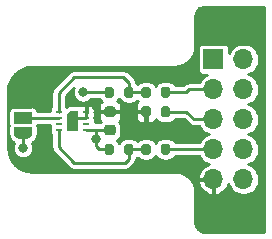
<source format=gbr>
%TF.GenerationSoftware,KiCad,Pcbnew,(5.1.9-0-10_14)*%
%TF.CreationDate,2021-02-05T22:05:55+01:00*%
%TF.ProjectId,itho_rv_sensor,6974686f-5f72-4765-9f73-656e736f722e,rev?*%
%TF.SameCoordinates,Original*%
%TF.FileFunction,Copper,L1,Top*%
%TF.FilePolarity,Positive*%
%FSLAX46Y46*%
G04 Gerber Fmt 4.6, Leading zero omitted, Abs format (unit mm)*
G04 Created by KiCad (PCBNEW (5.1.9-0-10_14)) date 2021-02-05 22:05:55*
%MOMM*%
%LPD*%
G01*
G04 APERTURE LIST*
%TA.AperFunction,SMDPad,CuDef*%
%ADD10R,0.550000X0.250000*%
%TD*%
%TA.AperFunction,SMDPad,CuDef*%
%ADD11C,0.100000*%
%TD*%
%TA.AperFunction,SMDPad,CuDef*%
%ADD12R,1.500000X1.000000*%
%TD*%
%TA.AperFunction,ComponentPad*%
%ADD13O,1.700000X1.700000*%
%TD*%
%TA.AperFunction,ComponentPad*%
%ADD14R,1.700000X1.700000*%
%TD*%
%TA.AperFunction,ViaPad*%
%ADD15C,0.800000*%
%TD*%
%TA.AperFunction,Conductor*%
%ADD16C,0.254000*%
%TD*%
%TA.AperFunction,Conductor*%
%ADD17C,0.100000*%
%TD*%
G04 APERTURE END LIST*
%TO.P,R5,2*%
%TO.N,GND*%
%TA.AperFunction,SMDPad,CuDef*%
G36*
G01*
X126765000Y-101198000D02*
X126765000Y-101748000D01*
G75*
G02*
X126565000Y-101948000I-200000J0D01*
G01*
X126165000Y-101948000D01*
G75*
G02*
X125965000Y-101748000I0J200000D01*
G01*
X125965000Y-101198000D01*
G75*
G02*
X126165000Y-100998000I200000J0D01*
G01*
X126565000Y-100998000D01*
G75*
G02*
X126765000Y-101198000I0J-200000D01*
G01*
G37*
%TD.AperFunction*%
%TO.P,R5,1*%
%TO.N,Net-(J1-Pad5)*%
%TA.AperFunction,SMDPad,CuDef*%
G36*
G01*
X128415000Y-101198000D02*
X128415000Y-101748000D01*
G75*
G02*
X128215000Y-101948000I-200000J0D01*
G01*
X127815000Y-101948000D01*
G75*
G02*
X127615000Y-101748000I0J200000D01*
G01*
X127615000Y-101198000D01*
G75*
G02*
X127815000Y-100998000I200000J0D01*
G01*
X128215000Y-100998000D01*
G75*
G02*
X128415000Y-101198000I0J-200000D01*
G01*
G37*
%TD.AperFunction*%
%TD*%
%TO.P,R4,2*%
%TO.N,Net-(J1-Pad3)*%
%TA.AperFunction,SMDPad,CuDef*%
G36*
G01*
X127616000Y-100097000D02*
X127616000Y-99547000D01*
G75*
G02*
X127816000Y-99347000I200000J0D01*
G01*
X128216000Y-99347000D01*
G75*
G02*
X128416000Y-99547000I0J-200000D01*
G01*
X128416000Y-100097000D01*
G75*
G02*
X128216000Y-100297000I-200000J0D01*
G01*
X127816000Y-100297000D01*
G75*
G02*
X127616000Y-100097000I0J200000D01*
G01*
G37*
%TD.AperFunction*%
%TO.P,R4,1*%
%TO.N,Net-(R2-Pad2)*%
%TA.AperFunction,SMDPad,CuDef*%
G36*
G01*
X125966000Y-100097000D02*
X125966000Y-99547000D01*
G75*
G02*
X126166000Y-99347000I200000J0D01*
G01*
X126566000Y-99347000D01*
G75*
G02*
X126766000Y-99547000I0J-200000D01*
G01*
X126766000Y-100097000D01*
G75*
G02*
X126566000Y-100297000I-200000J0D01*
G01*
X126166000Y-100297000D01*
G75*
G02*
X125966000Y-100097000I0J200000D01*
G01*
G37*
%TD.AperFunction*%
%TD*%
%TO.P,R3,2*%
%TO.N,Net-(R1-Pad2)*%
%TA.AperFunction,SMDPad,CuDef*%
G36*
G01*
X126765000Y-104373000D02*
X126765000Y-104923000D01*
G75*
G02*
X126565000Y-105123000I-200000J0D01*
G01*
X126165000Y-105123000D01*
G75*
G02*
X125965000Y-104923000I0J200000D01*
G01*
X125965000Y-104373000D01*
G75*
G02*
X126165000Y-104173000I200000J0D01*
G01*
X126565000Y-104173000D01*
G75*
G02*
X126765000Y-104373000I0J-200000D01*
G01*
G37*
%TD.AperFunction*%
%TO.P,R3,1*%
%TO.N,Net-(J1-Pad7)*%
%TA.AperFunction,SMDPad,CuDef*%
G36*
G01*
X128415000Y-104373000D02*
X128415000Y-104923000D01*
G75*
G02*
X128215000Y-105123000I-200000J0D01*
G01*
X127815000Y-105123000D01*
G75*
G02*
X127615000Y-104923000I0J200000D01*
G01*
X127615000Y-104373000D01*
G75*
G02*
X127815000Y-104173000I200000J0D01*
G01*
X128215000Y-104173000D01*
G75*
G02*
X128415000Y-104373000I0J-200000D01*
G01*
G37*
%TD.AperFunction*%
%TD*%
%TO.P,R2,2*%
%TO.N,Net-(R2-Pad2)*%
%TA.AperFunction,SMDPad,CuDef*%
G36*
G01*
X124504000Y-100097000D02*
X124504000Y-99547000D01*
G75*
G02*
X124704000Y-99347000I200000J0D01*
G01*
X125104000Y-99347000D01*
G75*
G02*
X125304000Y-99547000I0J-200000D01*
G01*
X125304000Y-100097000D01*
G75*
G02*
X125104000Y-100297000I-200000J0D01*
G01*
X124704000Y-100297000D01*
G75*
G02*
X124504000Y-100097000I0J200000D01*
G01*
G37*
%TD.AperFunction*%
%TO.P,R2,1*%
%TO.N,+5V*%
%TA.AperFunction,SMDPad,CuDef*%
G36*
G01*
X122854000Y-100097000D02*
X122854000Y-99547000D01*
G75*
G02*
X123054000Y-99347000I200000J0D01*
G01*
X123454000Y-99347000D01*
G75*
G02*
X123654000Y-99547000I0J-200000D01*
G01*
X123654000Y-100097000D01*
G75*
G02*
X123454000Y-100297000I-200000J0D01*
G01*
X123054000Y-100297000D01*
G75*
G02*
X122854000Y-100097000I0J200000D01*
G01*
G37*
%TD.AperFunction*%
%TD*%
%TO.P,R1,2*%
%TO.N,Net-(R1-Pad2)*%
%TA.AperFunction,SMDPad,CuDef*%
G36*
G01*
X124504000Y-104923000D02*
X124504000Y-104373000D01*
G75*
G02*
X124704000Y-104173000I200000J0D01*
G01*
X125104000Y-104173000D01*
G75*
G02*
X125304000Y-104373000I0J-200000D01*
G01*
X125304000Y-104923000D01*
G75*
G02*
X125104000Y-105123000I-200000J0D01*
G01*
X124704000Y-105123000D01*
G75*
G02*
X124504000Y-104923000I0J200000D01*
G01*
G37*
%TD.AperFunction*%
%TO.P,R1,1*%
%TO.N,+5V*%
%TA.AperFunction,SMDPad,CuDef*%
G36*
G01*
X122854000Y-104923000D02*
X122854000Y-104373000D01*
G75*
G02*
X123054000Y-104173000I200000J0D01*
G01*
X123454000Y-104173000D01*
G75*
G02*
X123654000Y-104373000I0J-200000D01*
G01*
X123654000Y-104923000D01*
G75*
G02*
X123454000Y-105123000I-200000J0D01*
G01*
X123054000Y-105123000D01*
G75*
G02*
X122854000Y-104923000I0J200000D01*
G01*
G37*
%TD.AperFunction*%
%TD*%
%TO.P,C1,2*%
%TO.N,GND*%
%TA.AperFunction,SMDPad,CuDef*%
G36*
G01*
X123567000Y-101923000D02*
X123067000Y-101923000D01*
G75*
G02*
X122842000Y-101698000I0J225000D01*
G01*
X122842000Y-101248000D01*
G75*
G02*
X123067000Y-101023000I225000J0D01*
G01*
X123567000Y-101023000D01*
G75*
G02*
X123792000Y-101248000I0J-225000D01*
G01*
X123792000Y-101698000D01*
G75*
G02*
X123567000Y-101923000I-225000J0D01*
G01*
G37*
%TD.AperFunction*%
%TO.P,C1,1*%
%TO.N,+5V*%
%TA.AperFunction,SMDPad,CuDef*%
G36*
G01*
X123567000Y-103473000D02*
X123067000Y-103473000D01*
G75*
G02*
X122842000Y-103248000I0J225000D01*
G01*
X122842000Y-102798000D01*
G75*
G02*
X123067000Y-102573000I225000J0D01*
G01*
X123567000Y-102573000D01*
G75*
G02*
X123792000Y-102798000I0J-225000D01*
G01*
X123792000Y-103248000D01*
G75*
G02*
X123567000Y-103473000I-225000J0D01*
G01*
G37*
%TD.AperFunction*%
%TD*%
D10*
%TO.P,U1,1*%
%TO.N,Net-(R2-Pad2)*%
X118967000Y-101485000D03*
%TO.P,U1,2*%
%TO.N,Net-(JP1-Pad2)*%
X118967000Y-101985000D03*
%TO.P,U1,3*%
%TO.N,Net-(U1-Pad3)*%
X118967000Y-102485000D03*
%TO.P,U1,4*%
%TO.N,Net-(R1-Pad2)*%
X118967000Y-102985000D03*
%TO.P,U1,5*%
%TO.N,+5V*%
X121317000Y-102985000D03*
%TO.P,U1,6*%
%TO.N,Net-(U1-Pad6)*%
X121317000Y-102485000D03*
%TO.P,U1,7*%
%TO.N,GND*%
X121317000Y-101985000D03*
%TO.P,U1,8*%
X121317000Y-101485000D03*
%TA.AperFunction,SMDPad,CuDef*%
D11*
%TO.P,U1,9*%
G36*
X120642000Y-103085000D02*
G01*
X119642000Y-103085000D01*
X119642000Y-101685000D01*
X119942000Y-101385000D01*
X120642000Y-101385000D01*
X120642000Y-103085000D01*
G37*
%TD.AperFunction*%
%TD*%
D12*
%TO.P,Address,2*%
%TO.N,Net-(JP1-Pad2)*%
X115951000Y-101981000D03*
%TA.AperFunction,SMDPad,CuDef*%
D11*
%TO.P,Address,3*%
%TO.N,+5V*%
G36*
X116700398Y-103281000D02*
G01*
X116700398Y-103305534D01*
X116695588Y-103354365D01*
X116686016Y-103402490D01*
X116671772Y-103449445D01*
X116652995Y-103494778D01*
X116629864Y-103538051D01*
X116602604Y-103578850D01*
X116571476Y-103616779D01*
X116536779Y-103651476D01*
X116498850Y-103682604D01*
X116458051Y-103709864D01*
X116414778Y-103732995D01*
X116369445Y-103751772D01*
X116322490Y-103766016D01*
X116274365Y-103775588D01*
X116225534Y-103780398D01*
X116201000Y-103780398D01*
X116201000Y-103781000D01*
X115701000Y-103781000D01*
X115701000Y-103780398D01*
X115676466Y-103780398D01*
X115627635Y-103775588D01*
X115579510Y-103766016D01*
X115532555Y-103751772D01*
X115487222Y-103732995D01*
X115443949Y-103709864D01*
X115403150Y-103682604D01*
X115365221Y-103651476D01*
X115330524Y-103616779D01*
X115299396Y-103578850D01*
X115272136Y-103538051D01*
X115249005Y-103494778D01*
X115230228Y-103449445D01*
X115215984Y-103402490D01*
X115206412Y-103354365D01*
X115201602Y-103305534D01*
X115201602Y-103281000D01*
X115201000Y-103281000D01*
X115201000Y-102731000D01*
X116701000Y-102731000D01*
X116701000Y-103281000D01*
X116700398Y-103281000D01*
G37*
%TD.AperFunction*%
%TA.AperFunction,SMDPad,CuDef*%
%TO.P,Address,1*%
%TO.N,GND*%
G36*
X115201000Y-101231000D02*
G01*
X115201000Y-100681000D01*
X115201602Y-100681000D01*
X115201602Y-100656466D01*
X115206412Y-100607635D01*
X115215984Y-100559510D01*
X115230228Y-100512555D01*
X115249005Y-100467222D01*
X115272136Y-100423949D01*
X115299396Y-100383150D01*
X115330524Y-100345221D01*
X115365221Y-100310524D01*
X115403150Y-100279396D01*
X115443949Y-100252136D01*
X115487222Y-100229005D01*
X115532555Y-100210228D01*
X115579510Y-100195984D01*
X115627635Y-100186412D01*
X115676466Y-100181602D01*
X115701000Y-100181602D01*
X115701000Y-100181000D01*
X116201000Y-100181000D01*
X116201000Y-100181602D01*
X116225534Y-100181602D01*
X116274365Y-100186412D01*
X116322490Y-100195984D01*
X116369445Y-100210228D01*
X116414778Y-100229005D01*
X116458051Y-100252136D01*
X116498850Y-100279396D01*
X116536779Y-100310524D01*
X116571476Y-100345221D01*
X116602604Y-100383150D01*
X116629864Y-100423949D01*
X116652995Y-100467222D01*
X116671772Y-100512555D01*
X116686016Y-100559510D01*
X116695588Y-100607635D01*
X116700398Y-100656466D01*
X116700398Y-100681000D01*
X116701000Y-100681000D01*
X116701000Y-101231000D01*
X115201000Y-101231000D01*
G37*
%TD.AperFunction*%
%TD*%
D13*
%TO.P,J1,10*%
%TO.N,Net-(J1-Pad10)*%
X134620000Y-107188000D03*
%TO.P,J1,9*%
%TO.N,GND*%
X132080000Y-107188000D03*
%TO.P,J1,8*%
%TO.N,Net-(J1-Pad8)*%
X134620000Y-104648000D03*
%TO.P,J1,7*%
%TO.N,Net-(J1-Pad7)*%
X132080000Y-104648000D03*
%TO.P,J1,6*%
%TO.N,Net-(J1-Pad6)*%
X134620000Y-102108000D03*
%TO.P,J1,5*%
%TO.N,Net-(J1-Pad5)*%
X132080000Y-102108000D03*
%TO.P,J1,4*%
%TO.N,Net-(J1-Pad4)*%
X134620000Y-99568000D03*
%TO.P,J1,3*%
%TO.N,Net-(J1-Pad3)*%
X132080000Y-99568000D03*
%TO.P,J1,2*%
%TO.N,Net-(J1-Pad2)*%
X134620000Y-97028000D03*
D14*
%TO.P,J1,1*%
%TO.N,+5V*%
X132080000Y-97028000D03*
%TD*%
D15*
%TO.N,GND*%
X122174000Y-100965000D03*
%TO.N,+5V*%
X122174000Y-103759000D03*
X121031000Y-99822000D03*
X115951000Y-104521000D03*
%TD*%
D16*
%TO.N,Net-(J1-Pad7)*%
X128015000Y-104648000D02*
X132080000Y-104648000D01*
%TO.N,Net-(J1-Pad5)*%
X130429000Y-102108000D02*
X132080000Y-102108000D01*
X129794000Y-101473000D02*
X130429000Y-102108000D01*
X128015000Y-101473000D02*
X129794000Y-101473000D01*
%TO.N,Net-(J1-Pad3)*%
X131826000Y-99822000D02*
X132080000Y-99568000D01*
X128016000Y-99822000D02*
X129794000Y-99822000D01*
X130048000Y-99568000D02*
X132080000Y-99568000D01*
X129794000Y-99822000D02*
X130048000Y-99568000D01*
%TO.N,Net-(JP1-Pad2)*%
X116455000Y-101985000D02*
X116205000Y-102235000D01*
X115955000Y-101985000D02*
X115951000Y-101981000D01*
X118967000Y-101985000D02*
X115955000Y-101985000D01*
%TO.N,Net-(R1-Pad2)*%
X126365000Y-104648000D02*
X124904000Y-104648000D01*
X120269000Y-105791000D02*
X118967000Y-104489000D01*
X124904000Y-104648000D02*
X124904000Y-105474000D01*
X124904000Y-105474000D02*
X124587000Y-105791000D01*
X124587000Y-105791000D02*
X120269000Y-105791000D01*
X118967000Y-104489000D02*
X118967000Y-102985000D01*
%TO.N,Net-(R2-Pad2)*%
X126366000Y-99822000D02*
X124904000Y-99822000D01*
X120269000Y-98552000D02*
X124460000Y-98552000D01*
X118967000Y-101485000D02*
X118967000Y-99854000D01*
X124460000Y-98552000D02*
X124904000Y-98996000D01*
X118967000Y-99854000D02*
X120269000Y-98552000D01*
X124904000Y-98996000D02*
X124904000Y-99822000D01*
%TO.N,GND*%
X120392000Y-101985000D02*
X120142000Y-102235000D01*
X121317000Y-101985000D02*
X120392000Y-101985000D01*
X121317000Y-101485000D02*
X121317000Y-101985000D01*
%TO.N,+5V*%
X123254000Y-99822000D02*
X121031000Y-99822000D01*
X123254000Y-104648000D02*
X123063000Y-104648000D01*
X123279000Y-102985000D02*
X123317000Y-103023000D01*
X122162000Y-103747000D02*
X122174000Y-103759000D01*
X122162000Y-102985000D02*
X122162000Y-103747000D01*
X121317000Y-102985000D02*
X122162000Y-102985000D01*
X122162000Y-102985000D02*
X123279000Y-102985000D01*
X122174000Y-103759000D02*
X122174000Y-104394000D01*
X122428000Y-104648000D02*
X123254000Y-104648000D01*
X122174000Y-104394000D02*
X122428000Y-104648000D01*
X115951000Y-104521000D02*
X115951000Y-103281000D01*
%TD*%
%TO.N,GND*%
X136398000Y-97642126D02*
X136395944Y-97663000D01*
X136398000Y-97683874D01*
X136398000Y-98912126D01*
X136395944Y-98933000D01*
X136398000Y-98953874D01*
X136398000Y-105262126D01*
X136395944Y-105283000D01*
X136398000Y-105303874D01*
X136398000Y-106532126D01*
X136395944Y-106553000D01*
X136398000Y-106573874D01*
X136398000Y-111633400D01*
X131342821Y-111633400D01*
X131170391Y-111616493D01*
X131028401Y-111573623D01*
X130897440Y-111503990D01*
X130782502Y-111410249D01*
X130687959Y-111295967D01*
X130617415Y-111165498D01*
X130573555Y-111023811D01*
X130555600Y-110852973D01*
X130555600Y-108306065D01*
X130553425Y-108283985D01*
X130553480Y-108276130D01*
X130552788Y-108269077D01*
X130526880Y-108022573D01*
X130517636Y-107977536D01*
X130509009Y-107932313D01*
X130506960Y-107925529D01*
X130433665Y-107688753D01*
X130415854Y-107646382D01*
X130398604Y-107603686D01*
X130395276Y-107597429D01*
X130313663Y-107446488D01*
X130772710Y-107446488D01*
X130773300Y-107449468D01*
X130849418Y-107699368D01*
X130972826Y-107929617D01*
X131138782Y-108131366D01*
X131340909Y-108296862D01*
X131571439Y-108419745D01*
X131821512Y-108495293D01*
X132029200Y-108398984D01*
X132029200Y-107238800D01*
X130869115Y-107238800D01*
X130772710Y-107446488D01*
X130313663Y-107446488D01*
X130277388Y-107379399D01*
X130251666Y-107341264D01*
X130226469Y-107302760D01*
X130221990Y-107297268D01*
X130063997Y-107106288D01*
X130031382Y-107073900D01*
X129999164Y-107041000D01*
X129993703Y-107036483D01*
X129801625Y-106879828D01*
X129763305Y-106854368D01*
X129725344Y-106828376D01*
X129719110Y-106825005D01*
X129500262Y-106708642D01*
X129457731Y-106691112D01*
X129415443Y-106672987D01*
X129408673Y-106670892D01*
X129408675Y-106670892D01*
X129408667Y-106670890D01*
X129171392Y-106599252D01*
X129126297Y-106590323D01*
X129081260Y-106580750D01*
X129074215Y-106580010D01*
X129074211Y-106580010D01*
X128828005Y-106555869D01*
X128802935Y-106553400D01*
X116737821Y-106553400D01*
X116318712Y-106512306D01*
X115939440Y-106397797D01*
X115589634Y-106211802D01*
X115282617Y-105961405D01*
X115030084Y-105656144D01*
X114841648Y-105307640D01*
X114724495Y-104929180D01*
X114680600Y-104511543D01*
X114680600Y-101481000D01*
X114716065Y-101481000D01*
X114716065Y-102481000D01*
X114725383Y-102575606D01*
X114734603Y-102606000D01*
X114725383Y-102636394D01*
X114716065Y-102731000D01*
X114716065Y-103281000D01*
X114718473Y-103305449D01*
X114718473Y-103330009D01*
X114727791Y-103424615D01*
X114746913Y-103520748D01*
X114774508Y-103611716D01*
X114812017Y-103702272D01*
X114856831Y-103786114D01*
X114911287Y-103867613D01*
X114971594Y-103941098D01*
X115040902Y-104010406D01*
X115114387Y-104070713D01*
X115167496Y-104106200D01*
X115102317Y-104263555D01*
X115068400Y-104434071D01*
X115068400Y-104607929D01*
X115102317Y-104778445D01*
X115168850Y-104939068D01*
X115265439Y-105083625D01*
X115388375Y-105206561D01*
X115532932Y-105303150D01*
X115693555Y-105369683D01*
X115864071Y-105403600D01*
X116037929Y-105403600D01*
X116208445Y-105369683D01*
X116369068Y-105303150D01*
X116513625Y-105206561D01*
X116636561Y-105083625D01*
X116733150Y-104939068D01*
X116799683Y-104778445D01*
X116833600Y-104607929D01*
X116833600Y-104434071D01*
X116799683Y-104263555D01*
X116734504Y-104106200D01*
X116787613Y-104070713D01*
X116861098Y-104010406D01*
X116930406Y-103941098D01*
X116990713Y-103867613D01*
X117045169Y-103786114D01*
X117089983Y-103702272D01*
X117127492Y-103611716D01*
X117155087Y-103520748D01*
X117174209Y-103424615D01*
X117183527Y-103330009D01*
X117183527Y-103305449D01*
X117185935Y-103281000D01*
X117185935Y-102731000D01*
X117176617Y-102636394D01*
X117167397Y-102606000D01*
X117170855Y-102594600D01*
X118207065Y-102594600D01*
X118207065Y-102610000D01*
X118216383Y-102704606D01*
X118225603Y-102735000D01*
X118216383Y-102765394D01*
X118207065Y-102860000D01*
X118207065Y-103110000D01*
X118216383Y-103204606D01*
X118243978Y-103295577D01*
X118288791Y-103379415D01*
X118349099Y-103452901D01*
X118357401Y-103459714D01*
X118357400Y-104459058D01*
X118354451Y-104489000D01*
X118366221Y-104608502D01*
X118376262Y-104641600D01*
X118401079Y-104723411D01*
X118457684Y-104829313D01*
X118533862Y-104922138D01*
X118557132Y-104941235D01*
X119816769Y-106200873D01*
X119835862Y-106224138D01*
X119928686Y-106300316D01*
X120034588Y-106356921D01*
X120098699Y-106376369D01*
X120149497Y-106391779D01*
X120268999Y-106403549D01*
X120298941Y-106400600D01*
X124557059Y-106400600D01*
X124587000Y-106403549D01*
X124616941Y-106400600D01*
X124706502Y-106391779D01*
X124821412Y-106356921D01*
X124927314Y-106300316D01*
X125020138Y-106224138D01*
X125039235Y-106200868D01*
X125313868Y-105926235D01*
X125337138Y-105907138D01*
X125413316Y-105814314D01*
X125452791Y-105740460D01*
X125469921Y-105708413D01*
X125504779Y-105593503D01*
X125516549Y-105474000D01*
X125515840Y-105466806D01*
X125588322Y-105407322D01*
X125634500Y-105351054D01*
X125680678Y-105407322D01*
X125784471Y-105492503D01*
X125902887Y-105555797D01*
X126031376Y-105594774D01*
X126165000Y-105607935D01*
X126565000Y-105607935D01*
X126698624Y-105594774D01*
X126827113Y-105555797D01*
X126945529Y-105492503D01*
X127049322Y-105407322D01*
X127134503Y-105303529D01*
X127190000Y-105199700D01*
X127245497Y-105303529D01*
X127330678Y-105407322D01*
X127434471Y-105492503D01*
X127552887Y-105555797D01*
X127681376Y-105594774D01*
X127815000Y-105607935D01*
X128215000Y-105607935D01*
X128348624Y-105594774D01*
X128477113Y-105555797D01*
X128595529Y-105492503D01*
X128699322Y-105407322D01*
X128784503Y-105303529D01*
X128809052Y-105257600D01*
X130890108Y-105257600D01*
X130899065Y-105279223D01*
X131044902Y-105497483D01*
X131230517Y-105683098D01*
X131448777Y-105828935D01*
X131678252Y-105923986D01*
X131571439Y-105956255D01*
X131340909Y-106079138D01*
X131138782Y-106244634D01*
X130972826Y-106446383D01*
X130849418Y-106676632D01*
X130773300Y-106926532D01*
X130772710Y-106929512D01*
X130869115Y-107137200D01*
X132029200Y-107137200D01*
X132029200Y-107117200D01*
X132130800Y-107117200D01*
X132130800Y-107137200D01*
X132150800Y-107137200D01*
X132150800Y-107238800D01*
X132130800Y-107238800D01*
X132130800Y-108398984D01*
X132338488Y-108495293D01*
X132588561Y-108419745D01*
X132819091Y-108296862D01*
X133021218Y-108131366D01*
X133187174Y-107929617D01*
X133310582Y-107699368D01*
X133343989Y-107589690D01*
X133439065Y-107819223D01*
X133584902Y-108037483D01*
X133770517Y-108223098D01*
X133988777Y-108368935D01*
X134231295Y-108469389D01*
X134488750Y-108520600D01*
X134751250Y-108520600D01*
X135008705Y-108469389D01*
X135251223Y-108368935D01*
X135469483Y-108223098D01*
X135655098Y-108037483D01*
X135800935Y-107819223D01*
X135901389Y-107576705D01*
X135952600Y-107319250D01*
X135952600Y-107056750D01*
X135901389Y-106799295D01*
X135800935Y-106556777D01*
X135655098Y-106338517D01*
X135469483Y-106152902D01*
X135251223Y-106007065D01*
X135036201Y-105918000D01*
X135251223Y-105828935D01*
X135469483Y-105683098D01*
X135655098Y-105497483D01*
X135800935Y-105279223D01*
X135901389Y-105036705D01*
X135952600Y-104779250D01*
X135952600Y-104516750D01*
X135901389Y-104259295D01*
X135800935Y-104016777D01*
X135655098Y-103798517D01*
X135469483Y-103612902D01*
X135251223Y-103467065D01*
X135036201Y-103378000D01*
X135251223Y-103288935D01*
X135469483Y-103143098D01*
X135655098Y-102957483D01*
X135800935Y-102739223D01*
X135901389Y-102496705D01*
X135952600Y-102239250D01*
X135952600Y-101976750D01*
X135901389Y-101719295D01*
X135800935Y-101476777D01*
X135655098Y-101258517D01*
X135469483Y-101072902D01*
X135251223Y-100927065D01*
X135036201Y-100838000D01*
X135251223Y-100748935D01*
X135469483Y-100603098D01*
X135655098Y-100417483D01*
X135800935Y-100199223D01*
X135901389Y-99956705D01*
X135952600Y-99699250D01*
X135952600Y-99436750D01*
X135901389Y-99179295D01*
X135800935Y-98936777D01*
X135655098Y-98718517D01*
X135469483Y-98532902D01*
X135251223Y-98387065D01*
X135036201Y-98298000D01*
X135251223Y-98208935D01*
X135469483Y-98063098D01*
X135655098Y-97877483D01*
X135800935Y-97659223D01*
X135901389Y-97416705D01*
X135952600Y-97159250D01*
X135952600Y-96896750D01*
X135901389Y-96639295D01*
X135800935Y-96396777D01*
X135655098Y-96178517D01*
X135469483Y-95992902D01*
X135251223Y-95847065D01*
X135008705Y-95746611D01*
X134751250Y-95695400D01*
X134488750Y-95695400D01*
X134231295Y-95746611D01*
X133988777Y-95847065D01*
X133770517Y-95992902D01*
X133584902Y-96178517D01*
X133439065Y-96396777D01*
X133414935Y-96455032D01*
X133414935Y-96178000D01*
X133405617Y-96083394D01*
X133378022Y-95992423D01*
X133333209Y-95908585D01*
X133272901Y-95835099D01*
X133199415Y-95774791D01*
X133115577Y-95729978D01*
X133024606Y-95702383D01*
X132930000Y-95693065D01*
X131230000Y-95693065D01*
X131135394Y-95702383D01*
X131044423Y-95729978D01*
X130960585Y-95774791D01*
X130887099Y-95835099D01*
X130826791Y-95908585D01*
X130781978Y-95992423D01*
X130754383Y-96083394D01*
X130745065Y-96178000D01*
X130745065Y-97878000D01*
X130754383Y-97972606D01*
X130781978Y-98063577D01*
X130826791Y-98147415D01*
X130887099Y-98220901D01*
X130960585Y-98281209D01*
X131044423Y-98326022D01*
X131135394Y-98353617D01*
X131230000Y-98362935D01*
X131507032Y-98362935D01*
X131448777Y-98387065D01*
X131230517Y-98532902D01*
X131044902Y-98718517D01*
X130899065Y-98936777D01*
X130890108Y-98958400D01*
X130077938Y-98958400D01*
X130047999Y-98955451D01*
X130018060Y-98958400D01*
X130018059Y-98958400D01*
X129928498Y-98967221D01*
X129813588Y-99002079D01*
X129707686Y-99058684D01*
X129614862Y-99134862D01*
X129595765Y-99158132D01*
X129541497Y-99212400D01*
X128810052Y-99212400D01*
X128785503Y-99166471D01*
X128700322Y-99062678D01*
X128596529Y-98977497D01*
X128478113Y-98914203D01*
X128349624Y-98875226D01*
X128216000Y-98862065D01*
X127816000Y-98862065D01*
X127682376Y-98875226D01*
X127553887Y-98914203D01*
X127435471Y-98977497D01*
X127331678Y-99062678D01*
X127246497Y-99166471D01*
X127191000Y-99270300D01*
X127135503Y-99166471D01*
X127050322Y-99062678D01*
X126946529Y-98977497D01*
X126828113Y-98914203D01*
X126699624Y-98875226D01*
X126566000Y-98862065D01*
X126166000Y-98862065D01*
X126032376Y-98875226D01*
X125903887Y-98914203D01*
X125785471Y-98977497D01*
X125681678Y-99062678D01*
X125635000Y-99119555D01*
X125588322Y-99062678D01*
X125515840Y-99003194D01*
X125516549Y-98996000D01*
X125504779Y-98876497D01*
X125469921Y-98761587D01*
X125421770Y-98671503D01*
X125413316Y-98655686D01*
X125337138Y-98562862D01*
X125313874Y-98543770D01*
X124912235Y-98142132D01*
X124893138Y-98118862D01*
X124800314Y-98042684D01*
X124694412Y-97986079D01*
X124579502Y-97951221D01*
X124460000Y-97939451D01*
X124430059Y-97942400D01*
X120298941Y-97942400D01*
X120268999Y-97939451D01*
X120149497Y-97951221D01*
X120114639Y-97961795D01*
X120034588Y-97986079D01*
X119928686Y-98042684D01*
X119835862Y-98118862D01*
X119816769Y-98142127D01*
X118557127Y-99401770D01*
X118533863Y-99420862D01*
X118469073Y-99499810D01*
X118457685Y-99513686D01*
X118401080Y-99619588D01*
X118366221Y-99734498D01*
X118354451Y-99854000D01*
X118357401Y-99883951D01*
X118357400Y-101010286D01*
X118349099Y-101017099D01*
X118288791Y-101090585D01*
X118243978Y-101174423D01*
X118216383Y-101265394D01*
X118207065Y-101360000D01*
X118207065Y-101375400D01*
X117173282Y-101375400D01*
X117149022Y-101295423D01*
X117104209Y-101211585D01*
X117043901Y-101138099D01*
X116970415Y-101077791D01*
X116886577Y-101032978D01*
X116795606Y-101005383D01*
X116701000Y-100996065D01*
X115201000Y-100996065D01*
X115106394Y-101005383D01*
X115015423Y-101032978D01*
X114931585Y-101077791D01*
X114858099Y-101138099D01*
X114797791Y-101211585D01*
X114752978Y-101295423D01*
X114725383Y-101386394D01*
X114716065Y-101481000D01*
X114680600Y-101481000D01*
X114680600Y-99719821D01*
X114721694Y-99300711D01*
X114836204Y-98921438D01*
X115022198Y-98571634D01*
X115272595Y-98264617D01*
X115577856Y-98012083D01*
X115926355Y-97823650D01*
X116304819Y-97706496D01*
X116722457Y-97662600D01*
X128802935Y-97662600D01*
X128825016Y-97660425D01*
X128832870Y-97660480D01*
X128839924Y-97659788D01*
X129086427Y-97633880D01*
X129131464Y-97624636D01*
X129176687Y-97616009D01*
X129183465Y-97613962D01*
X129183469Y-97613961D01*
X129183472Y-97613960D01*
X129420248Y-97540665D01*
X129462632Y-97522848D01*
X129505314Y-97505604D01*
X129511571Y-97502276D01*
X129729601Y-97384388D01*
X129767710Y-97358684D01*
X129806240Y-97333470D01*
X129811732Y-97328990D01*
X130002712Y-97170997D01*
X130035117Y-97138365D01*
X130068000Y-97106164D01*
X130072517Y-97100703D01*
X130229172Y-96908625D01*
X130254632Y-96870305D01*
X130280624Y-96832344D01*
X130283995Y-96826110D01*
X130400357Y-96607262D01*
X130417862Y-96564792D01*
X130436013Y-96522443D01*
X130438108Y-96515673D01*
X130509748Y-96278392D01*
X130518679Y-96233289D01*
X130528250Y-96188259D01*
X130528990Y-96181211D01*
X130553177Y-95934533D01*
X130555600Y-95909935D01*
X130555600Y-93369821D01*
X130572507Y-93197391D01*
X130615377Y-93055401D01*
X130685007Y-92924443D01*
X130778751Y-92809502D01*
X130893033Y-92714959D01*
X131023501Y-92644416D01*
X131165190Y-92600555D01*
X131336027Y-92582600D01*
X136398000Y-92582600D01*
X136398000Y-97642126D01*
%TA.AperFunction,Conductor*%
D17*
G36*
X136398000Y-97642126D02*
G01*
X136395944Y-97663000D01*
X136398000Y-97683874D01*
X136398000Y-98912126D01*
X136395944Y-98933000D01*
X136398000Y-98953874D01*
X136398000Y-105262126D01*
X136395944Y-105283000D01*
X136398000Y-105303874D01*
X136398000Y-106532126D01*
X136395944Y-106553000D01*
X136398000Y-106573874D01*
X136398000Y-111633400D01*
X131342821Y-111633400D01*
X131170391Y-111616493D01*
X131028401Y-111573623D01*
X130897440Y-111503990D01*
X130782502Y-111410249D01*
X130687959Y-111295967D01*
X130617415Y-111165498D01*
X130573555Y-111023811D01*
X130555600Y-110852973D01*
X130555600Y-108306065D01*
X130553425Y-108283985D01*
X130553480Y-108276130D01*
X130552788Y-108269077D01*
X130526880Y-108022573D01*
X130517636Y-107977536D01*
X130509009Y-107932313D01*
X130506960Y-107925529D01*
X130433665Y-107688753D01*
X130415854Y-107646382D01*
X130398604Y-107603686D01*
X130395276Y-107597429D01*
X130313663Y-107446488D01*
X130772710Y-107446488D01*
X130773300Y-107449468D01*
X130849418Y-107699368D01*
X130972826Y-107929617D01*
X131138782Y-108131366D01*
X131340909Y-108296862D01*
X131571439Y-108419745D01*
X131821512Y-108495293D01*
X132029200Y-108398984D01*
X132029200Y-107238800D01*
X130869115Y-107238800D01*
X130772710Y-107446488D01*
X130313663Y-107446488D01*
X130277388Y-107379399D01*
X130251666Y-107341264D01*
X130226469Y-107302760D01*
X130221990Y-107297268D01*
X130063997Y-107106288D01*
X130031382Y-107073900D01*
X129999164Y-107041000D01*
X129993703Y-107036483D01*
X129801625Y-106879828D01*
X129763305Y-106854368D01*
X129725344Y-106828376D01*
X129719110Y-106825005D01*
X129500262Y-106708642D01*
X129457731Y-106691112D01*
X129415443Y-106672987D01*
X129408673Y-106670892D01*
X129408675Y-106670892D01*
X129408667Y-106670890D01*
X129171392Y-106599252D01*
X129126297Y-106590323D01*
X129081260Y-106580750D01*
X129074215Y-106580010D01*
X129074211Y-106580010D01*
X128828005Y-106555869D01*
X128802935Y-106553400D01*
X116737821Y-106553400D01*
X116318712Y-106512306D01*
X115939440Y-106397797D01*
X115589634Y-106211802D01*
X115282617Y-105961405D01*
X115030084Y-105656144D01*
X114841648Y-105307640D01*
X114724495Y-104929180D01*
X114680600Y-104511543D01*
X114680600Y-101481000D01*
X114716065Y-101481000D01*
X114716065Y-102481000D01*
X114725383Y-102575606D01*
X114734603Y-102606000D01*
X114725383Y-102636394D01*
X114716065Y-102731000D01*
X114716065Y-103281000D01*
X114718473Y-103305449D01*
X114718473Y-103330009D01*
X114727791Y-103424615D01*
X114746913Y-103520748D01*
X114774508Y-103611716D01*
X114812017Y-103702272D01*
X114856831Y-103786114D01*
X114911287Y-103867613D01*
X114971594Y-103941098D01*
X115040902Y-104010406D01*
X115114387Y-104070713D01*
X115167496Y-104106200D01*
X115102317Y-104263555D01*
X115068400Y-104434071D01*
X115068400Y-104607929D01*
X115102317Y-104778445D01*
X115168850Y-104939068D01*
X115265439Y-105083625D01*
X115388375Y-105206561D01*
X115532932Y-105303150D01*
X115693555Y-105369683D01*
X115864071Y-105403600D01*
X116037929Y-105403600D01*
X116208445Y-105369683D01*
X116369068Y-105303150D01*
X116513625Y-105206561D01*
X116636561Y-105083625D01*
X116733150Y-104939068D01*
X116799683Y-104778445D01*
X116833600Y-104607929D01*
X116833600Y-104434071D01*
X116799683Y-104263555D01*
X116734504Y-104106200D01*
X116787613Y-104070713D01*
X116861098Y-104010406D01*
X116930406Y-103941098D01*
X116990713Y-103867613D01*
X117045169Y-103786114D01*
X117089983Y-103702272D01*
X117127492Y-103611716D01*
X117155087Y-103520748D01*
X117174209Y-103424615D01*
X117183527Y-103330009D01*
X117183527Y-103305449D01*
X117185935Y-103281000D01*
X117185935Y-102731000D01*
X117176617Y-102636394D01*
X117167397Y-102606000D01*
X117170855Y-102594600D01*
X118207065Y-102594600D01*
X118207065Y-102610000D01*
X118216383Y-102704606D01*
X118225603Y-102735000D01*
X118216383Y-102765394D01*
X118207065Y-102860000D01*
X118207065Y-103110000D01*
X118216383Y-103204606D01*
X118243978Y-103295577D01*
X118288791Y-103379415D01*
X118349099Y-103452901D01*
X118357401Y-103459714D01*
X118357400Y-104459058D01*
X118354451Y-104489000D01*
X118366221Y-104608502D01*
X118376262Y-104641600D01*
X118401079Y-104723411D01*
X118457684Y-104829313D01*
X118533862Y-104922138D01*
X118557132Y-104941235D01*
X119816769Y-106200873D01*
X119835862Y-106224138D01*
X119928686Y-106300316D01*
X120034588Y-106356921D01*
X120098699Y-106376369D01*
X120149497Y-106391779D01*
X120268999Y-106403549D01*
X120298941Y-106400600D01*
X124557059Y-106400600D01*
X124587000Y-106403549D01*
X124616941Y-106400600D01*
X124706502Y-106391779D01*
X124821412Y-106356921D01*
X124927314Y-106300316D01*
X125020138Y-106224138D01*
X125039235Y-106200868D01*
X125313868Y-105926235D01*
X125337138Y-105907138D01*
X125413316Y-105814314D01*
X125452791Y-105740460D01*
X125469921Y-105708413D01*
X125504779Y-105593503D01*
X125516549Y-105474000D01*
X125515840Y-105466806D01*
X125588322Y-105407322D01*
X125634500Y-105351054D01*
X125680678Y-105407322D01*
X125784471Y-105492503D01*
X125902887Y-105555797D01*
X126031376Y-105594774D01*
X126165000Y-105607935D01*
X126565000Y-105607935D01*
X126698624Y-105594774D01*
X126827113Y-105555797D01*
X126945529Y-105492503D01*
X127049322Y-105407322D01*
X127134503Y-105303529D01*
X127190000Y-105199700D01*
X127245497Y-105303529D01*
X127330678Y-105407322D01*
X127434471Y-105492503D01*
X127552887Y-105555797D01*
X127681376Y-105594774D01*
X127815000Y-105607935D01*
X128215000Y-105607935D01*
X128348624Y-105594774D01*
X128477113Y-105555797D01*
X128595529Y-105492503D01*
X128699322Y-105407322D01*
X128784503Y-105303529D01*
X128809052Y-105257600D01*
X130890108Y-105257600D01*
X130899065Y-105279223D01*
X131044902Y-105497483D01*
X131230517Y-105683098D01*
X131448777Y-105828935D01*
X131678252Y-105923986D01*
X131571439Y-105956255D01*
X131340909Y-106079138D01*
X131138782Y-106244634D01*
X130972826Y-106446383D01*
X130849418Y-106676632D01*
X130773300Y-106926532D01*
X130772710Y-106929512D01*
X130869115Y-107137200D01*
X132029200Y-107137200D01*
X132029200Y-107117200D01*
X132130800Y-107117200D01*
X132130800Y-107137200D01*
X132150800Y-107137200D01*
X132150800Y-107238800D01*
X132130800Y-107238800D01*
X132130800Y-108398984D01*
X132338488Y-108495293D01*
X132588561Y-108419745D01*
X132819091Y-108296862D01*
X133021218Y-108131366D01*
X133187174Y-107929617D01*
X133310582Y-107699368D01*
X133343989Y-107589690D01*
X133439065Y-107819223D01*
X133584902Y-108037483D01*
X133770517Y-108223098D01*
X133988777Y-108368935D01*
X134231295Y-108469389D01*
X134488750Y-108520600D01*
X134751250Y-108520600D01*
X135008705Y-108469389D01*
X135251223Y-108368935D01*
X135469483Y-108223098D01*
X135655098Y-108037483D01*
X135800935Y-107819223D01*
X135901389Y-107576705D01*
X135952600Y-107319250D01*
X135952600Y-107056750D01*
X135901389Y-106799295D01*
X135800935Y-106556777D01*
X135655098Y-106338517D01*
X135469483Y-106152902D01*
X135251223Y-106007065D01*
X135036201Y-105918000D01*
X135251223Y-105828935D01*
X135469483Y-105683098D01*
X135655098Y-105497483D01*
X135800935Y-105279223D01*
X135901389Y-105036705D01*
X135952600Y-104779250D01*
X135952600Y-104516750D01*
X135901389Y-104259295D01*
X135800935Y-104016777D01*
X135655098Y-103798517D01*
X135469483Y-103612902D01*
X135251223Y-103467065D01*
X135036201Y-103378000D01*
X135251223Y-103288935D01*
X135469483Y-103143098D01*
X135655098Y-102957483D01*
X135800935Y-102739223D01*
X135901389Y-102496705D01*
X135952600Y-102239250D01*
X135952600Y-101976750D01*
X135901389Y-101719295D01*
X135800935Y-101476777D01*
X135655098Y-101258517D01*
X135469483Y-101072902D01*
X135251223Y-100927065D01*
X135036201Y-100838000D01*
X135251223Y-100748935D01*
X135469483Y-100603098D01*
X135655098Y-100417483D01*
X135800935Y-100199223D01*
X135901389Y-99956705D01*
X135952600Y-99699250D01*
X135952600Y-99436750D01*
X135901389Y-99179295D01*
X135800935Y-98936777D01*
X135655098Y-98718517D01*
X135469483Y-98532902D01*
X135251223Y-98387065D01*
X135036201Y-98298000D01*
X135251223Y-98208935D01*
X135469483Y-98063098D01*
X135655098Y-97877483D01*
X135800935Y-97659223D01*
X135901389Y-97416705D01*
X135952600Y-97159250D01*
X135952600Y-96896750D01*
X135901389Y-96639295D01*
X135800935Y-96396777D01*
X135655098Y-96178517D01*
X135469483Y-95992902D01*
X135251223Y-95847065D01*
X135008705Y-95746611D01*
X134751250Y-95695400D01*
X134488750Y-95695400D01*
X134231295Y-95746611D01*
X133988777Y-95847065D01*
X133770517Y-95992902D01*
X133584902Y-96178517D01*
X133439065Y-96396777D01*
X133414935Y-96455032D01*
X133414935Y-96178000D01*
X133405617Y-96083394D01*
X133378022Y-95992423D01*
X133333209Y-95908585D01*
X133272901Y-95835099D01*
X133199415Y-95774791D01*
X133115577Y-95729978D01*
X133024606Y-95702383D01*
X132930000Y-95693065D01*
X131230000Y-95693065D01*
X131135394Y-95702383D01*
X131044423Y-95729978D01*
X130960585Y-95774791D01*
X130887099Y-95835099D01*
X130826791Y-95908585D01*
X130781978Y-95992423D01*
X130754383Y-96083394D01*
X130745065Y-96178000D01*
X130745065Y-97878000D01*
X130754383Y-97972606D01*
X130781978Y-98063577D01*
X130826791Y-98147415D01*
X130887099Y-98220901D01*
X130960585Y-98281209D01*
X131044423Y-98326022D01*
X131135394Y-98353617D01*
X131230000Y-98362935D01*
X131507032Y-98362935D01*
X131448777Y-98387065D01*
X131230517Y-98532902D01*
X131044902Y-98718517D01*
X130899065Y-98936777D01*
X130890108Y-98958400D01*
X130077938Y-98958400D01*
X130047999Y-98955451D01*
X130018060Y-98958400D01*
X130018059Y-98958400D01*
X129928498Y-98967221D01*
X129813588Y-99002079D01*
X129707686Y-99058684D01*
X129614862Y-99134862D01*
X129595765Y-99158132D01*
X129541497Y-99212400D01*
X128810052Y-99212400D01*
X128785503Y-99166471D01*
X128700322Y-99062678D01*
X128596529Y-98977497D01*
X128478113Y-98914203D01*
X128349624Y-98875226D01*
X128216000Y-98862065D01*
X127816000Y-98862065D01*
X127682376Y-98875226D01*
X127553887Y-98914203D01*
X127435471Y-98977497D01*
X127331678Y-99062678D01*
X127246497Y-99166471D01*
X127191000Y-99270300D01*
X127135503Y-99166471D01*
X127050322Y-99062678D01*
X126946529Y-98977497D01*
X126828113Y-98914203D01*
X126699624Y-98875226D01*
X126566000Y-98862065D01*
X126166000Y-98862065D01*
X126032376Y-98875226D01*
X125903887Y-98914203D01*
X125785471Y-98977497D01*
X125681678Y-99062678D01*
X125635000Y-99119555D01*
X125588322Y-99062678D01*
X125515840Y-99003194D01*
X125516549Y-98996000D01*
X125504779Y-98876497D01*
X125469921Y-98761587D01*
X125421770Y-98671503D01*
X125413316Y-98655686D01*
X125337138Y-98562862D01*
X125313874Y-98543770D01*
X124912235Y-98142132D01*
X124893138Y-98118862D01*
X124800314Y-98042684D01*
X124694412Y-97986079D01*
X124579502Y-97951221D01*
X124460000Y-97939451D01*
X124430059Y-97942400D01*
X120298941Y-97942400D01*
X120268999Y-97939451D01*
X120149497Y-97951221D01*
X120114639Y-97961795D01*
X120034588Y-97986079D01*
X119928686Y-98042684D01*
X119835862Y-98118862D01*
X119816769Y-98142127D01*
X118557127Y-99401770D01*
X118533863Y-99420862D01*
X118469073Y-99499810D01*
X118457685Y-99513686D01*
X118401080Y-99619588D01*
X118366221Y-99734498D01*
X118354451Y-99854000D01*
X118357401Y-99883951D01*
X118357400Y-101010286D01*
X118349099Y-101017099D01*
X118288791Y-101090585D01*
X118243978Y-101174423D01*
X118216383Y-101265394D01*
X118207065Y-101360000D01*
X118207065Y-101375400D01*
X117173282Y-101375400D01*
X117149022Y-101295423D01*
X117104209Y-101211585D01*
X117043901Y-101138099D01*
X116970415Y-101077791D01*
X116886577Y-101032978D01*
X116795606Y-101005383D01*
X116701000Y-100996065D01*
X115201000Y-100996065D01*
X115106394Y-101005383D01*
X115015423Y-101032978D01*
X114931585Y-101077791D01*
X114858099Y-101138099D01*
X114797791Y-101211585D01*
X114752978Y-101295423D01*
X114725383Y-101386394D01*
X114716065Y-101481000D01*
X114680600Y-101481000D01*
X114680600Y-99719821D01*
X114721694Y-99300711D01*
X114836204Y-98921438D01*
X115022198Y-98571634D01*
X115272595Y-98264617D01*
X115577856Y-98012083D01*
X115926355Y-97823650D01*
X116304819Y-97706496D01*
X116722457Y-97662600D01*
X128802935Y-97662600D01*
X128825016Y-97660425D01*
X128832870Y-97660480D01*
X128839924Y-97659788D01*
X129086427Y-97633880D01*
X129131464Y-97624636D01*
X129176687Y-97616009D01*
X129183465Y-97613962D01*
X129183469Y-97613961D01*
X129183472Y-97613960D01*
X129420248Y-97540665D01*
X129462632Y-97522848D01*
X129505314Y-97505604D01*
X129511571Y-97502276D01*
X129729601Y-97384388D01*
X129767710Y-97358684D01*
X129806240Y-97333470D01*
X129811732Y-97328990D01*
X130002712Y-97170997D01*
X130035117Y-97138365D01*
X130068000Y-97106164D01*
X130072517Y-97100703D01*
X130229172Y-96908625D01*
X130254632Y-96870305D01*
X130280624Y-96832344D01*
X130283995Y-96826110D01*
X130400357Y-96607262D01*
X130417862Y-96564792D01*
X130436013Y-96522443D01*
X130438108Y-96515673D01*
X130509748Y-96278392D01*
X130518679Y-96233289D01*
X130528250Y-96188259D01*
X130528990Y-96181211D01*
X130553177Y-95934533D01*
X130555600Y-95909935D01*
X130555600Y-93369821D01*
X130572507Y-93197391D01*
X130615377Y-93055401D01*
X130685007Y-92924443D01*
X130778751Y-92809502D01*
X130893033Y-92714959D01*
X131023501Y-92644416D01*
X131165190Y-92600555D01*
X131336027Y-92582600D01*
X136398000Y-92582600D01*
X136398000Y-97642126D01*
G37*
%TD.AperFunction*%
D16*
X120182317Y-99564555D02*
X120148400Y-99735071D01*
X120148400Y-99908929D01*
X120182317Y-100079445D01*
X120248850Y-100240068D01*
X120345439Y-100384625D01*
X120468375Y-100507561D01*
X120612932Y-100604150D01*
X120773555Y-100670683D01*
X120944071Y-100704600D01*
X121117929Y-100704600D01*
X121288445Y-100670683D01*
X121449068Y-100604150D01*
X121593625Y-100507561D01*
X121669586Y-100431600D01*
X122459948Y-100431600D01*
X122484497Y-100477529D01*
X122569678Y-100581322D01*
X122599211Y-100605559D01*
X122572585Y-100619791D01*
X122499099Y-100680099D01*
X122438791Y-100753585D01*
X122393978Y-100837423D01*
X122366383Y-100928394D01*
X122357065Y-101023000D01*
X122359400Y-101301550D01*
X122480050Y-101422200D01*
X123266200Y-101422200D01*
X123266200Y-101402200D01*
X123367800Y-101402200D01*
X123367800Y-101422200D01*
X124153950Y-101422200D01*
X124274600Y-101301550D01*
X124276935Y-101023000D01*
X124267617Y-100928394D01*
X124240022Y-100837423D01*
X124195209Y-100753585D01*
X124134901Y-100680099D01*
X124061415Y-100619791D01*
X123977577Y-100574978D01*
X123950315Y-100566708D01*
X124023503Y-100477529D01*
X124079000Y-100373700D01*
X124134497Y-100477529D01*
X124219678Y-100581322D01*
X124323471Y-100666503D01*
X124441887Y-100729797D01*
X124570376Y-100768774D01*
X124704000Y-100781935D01*
X125104000Y-100781935D01*
X125237624Y-100768774D01*
X125366113Y-100729797D01*
X125484529Y-100666503D01*
X125588322Y-100581322D01*
X125635000Y-100524445D01*
X125681678Y-100581322D01*
X125697102Y-100593980D01*
X125695585Y-100594791D01*
X125622099Y-100655099D01*
X125561791Y-100728585D01*
X125516978Y-100812423D01*
X125489383Y-100903394D01*
X125480065Y-100998000D01*
X125482400Y-101301550D01*
X125603050Y-101422200D01*
X126314200Y-101422200D01*
X126314200Y-101402200D01*
X126415800Y-101402200D01*
X126415800Y-101422200D01*
X126435800Y-101422200D01*
X126435800Y-101523800D01*
X126415800Y-101523800D01*
X126415800Y-102309950D01*
X126536450Y-102430600D01*
X126765000Y-102432935D01*
X126859606Y-102423617D01*
X126950577Y-102396022D01*
X127034415Y-102351209D01*
X127107901Y-102290901D01*
X127168209Y-102217415D01*
X127213022Y-102133577D01*
X127225756Y-102091596D01*
X127245497Y-102128529D01*
X127330678Y-102232322D01*
X127434471Y-102317503D01*
X127552887Y-102380797D01*
X127681376Y-102419774D01*
X127815000Y-102432935D01*
X128215000Y-102432935D01*
X128348624Y-102419774D01*
X128477113Y-102380797D01*
X128595529Y-102317503D01*
X128699322Y-102232322D01*
X128784503Y-102128529D01*
X128809052Y-102082600D01*
X129541496Y-102082600D01*
X129976773Y-102517878D01*
X129995862Y-102541138D01*
X130088686Y-102617316D01*
X130167606Y-102659499D01*
X130194588Y-102673921D01*
X130309497Y-102708779D01*
X130429000Y-102720549D01*
X130458941Y-102717600D01*
X130890108Y-102717600D01*
X130899065Y-102739223D01*
X131044902Y-102957483D01*
X131230517Y-103143098D01*
X131448777Y-103288935D01*
X131663799Y-103378000D01*
X131448777Y-103467065D01*
X131230517Y-103612902D01*
X131044902Y-103798517D01*
X130899065Y-104016777D01*
X130890108Y-104038400D01*
X128809052Y-104038400D01*
X128784503Y-103992471D01*
X128699322Y-103888678D01*
X128595529Y-103803497D01*
X128477113Y-103740203D01*
X128348624Y-103701226D01*
X128215000Y-103688065D01*
X127815000Y-103688065D01*
X127681376Y-103701226D01*
X127552887Y-103740203D01*
X127434471Y-103803497D01*
X127330678Y-103888678D01*
X127245497Y-103992471D01*
X127190000Y-104096300D01*
X127134503Y-103992471D01*
X127049322Y-103888678D01*
X126945529Y-103803497D01*
X126827113Y-103740203D01*
X126698624Y-103701226D01*
X126565000Y-103688065D01*
X126165000Y-103688065D01*
X126031376Y-103701226D01*
X125902887Y-103740203D01*
X125784471Y-103803497D01*
X125680678Y-103888678D01*
X125634500Y-103944946D01*
X125588322Y-103888678D01*
X125484529Y-103803497D01*
X125366113Y-103740203D01*
X125237624Y-103701226D01*
X125104000Y-103688065D01*
X124704000Y-103688065D01*
X124570376Y-103701226D01*
X124441887Y-103740203D01*
X124323471Y-103803497D01*
X124219678Y-103888678D01*
X124134497Y-103992471D01*
X124079000Y-104096300D01*
X124023503Y-103992471D01*
X123938322Y-103888678D01*
X123910250Y-103865639D01*
X123961419Y-103838289D01*
X124069000Y-103750000D01*
X124157289Y-103642419D01*
X124222894Y-103519680D01*
X124263294Y-103386501D01*
X124276935Y-103248000D01*
X124276935Y-102798000D01*
X124263294Y-102659499D01*
X124222894Y-102526320D01*
X124157289Y-102403581D01*
X124080762Y-102310332D01*
X124134901Y-102265901D01*
X124195209Y-102192415D01*
X124240022Y-102108577D01*
X124267617Y-102017606D01*
X124274472Y-101948000D01*
X125480065Y-101948000D01*
X125489383Y-102042606D01*
X125516978Y-102133577D01*
X125561791Y-102217415D01*
X125622099Y-102290901D01*
X125695585Y-102351209D01*
X125779423Y-102396022D01*
X125870394Y-102423617D01*
X125965000Y-102432935D01*
X126193550Y-102430600D01*
X126314200Y-102309950D01*
X126314200Y-101523800D01*
X125603050Y-101523800D01*
X125482400Y-101644450D01*
X125480065Y-101948000D01*
X124274472Y-101948000D01*
X124276935Y-101923000D01*
X124274600Y-101644450D01*
X124153950Y-101523800D01*
X123367800Y-101523800D01*
X123367800Y-101543800D01*
X123266200Y-101543800D01*
X123266200Y-101523800D01*
X122480050Y-101523800D01*
X122359400Y-101644450D01*
X122357065Y-101923000D01*
X122366383Y-102017606D01*
X122393978Y-102108577D01*
X122438791Y-102192415D01*
X122499099Y-102265901D01*
X122553238Y-102310332D01*
X122499838Y-102375400D01*
X122191941Y-102375400D01*
X122162000Y-102372451D01*
X122132059Y-102375400D01*
X122076935Y-102375400D01*
X122076935Y-102360000D01*
X122067617Y-102265394D01*
X122058397Y-102235000D01*
X122067617Y-102204606D01*
X122076935Y-102110000D01*
X122074600Y-102105650D01*
X121953950Y-101985000D01*
X122074600Y-101864350D01*
X122076935Y-101860000D01*
X122067617Y-101765394D01*
X122058397Y-101735000D01*
X122067617Y-101704606D01*
X122076935Y-101610000D01*
X122074600Y-101605650D01*
X121953950Y-101485000D01*
X122074600Y-101364350D01*
X122076935Y-101360000D01*
X122067617Y-101265394D01*
X122040022Y-101174423D01*
X121995209Y-101090585D01*
X121934901Y-101017099D01*
X121861415Y-100956791D01*
X121777577Y-100911978D01*
X121686606Y-100884383D01*
X121592000Y-100875065D01*
X121488450Y-100877400D01*
X121367800Y-100998050D01*
X121367800Y-101555800D01*
X121266200Y-101555800D01*
X121266200Y-100998050D01*
X121145550Y-100877400D01*
X121042000Y-100875065D01*
X120947394Y-100884383D01*
X120856423Y-100911978D01*
X120816142Y-100933509D01*
X120736606Y-100909383D01*
X120642000Y-100900065D01*
X119942000Y-100900065D01*
X119847394Y-100909383D01*
X119756423Y-100936978D01*
X119672585Y-100981791D01*
X119602875Y-101039000D01*
X119584901Y-101017099D01*
X119576600Y-101010287D01*
X119576600Y-100106503D01*
X120227409Y-99455695D01*
X120182317Y-99564555D01*
%TA.AperFunction,Conductor*%
D17*
G36*
X120182317Y-99564555D02*
G01*
X120148400Y-99735071D01*
X120148400Y-99908929D01*
X120182317Y-100079445D01*
X120248850Y-100240068D01*
X120345439Y-100384625D01*
X120468375Y-100507561D01*
X120612932Y-100604150D01*
X120773555Y-100670683D01*
X120944071Y-100704600D01*
X121117929Y-100704600D01*
X121288445Y-100670683D01*
X121449068Y-100604150D01*
X121593625Y-100507561D01*
X121669586Y-100431600D01*
X122459948Y-100431600D01*
X122484497Y-100477529D01*
X122569678Y-100581322D01*
X122599211Y-100605559D01*
X122572585Y-100619791D01*
X122499099Y-100680099D01*
X122438791Y-100753585D01*
X122393978Y-100837423D01*
X122366383Y-100928394D01*
X122357065Y-101023000D01*
X122359400Y-101301550D01*
X122480050Y-101422200D01*
X123266200Y-101422200D01*
X123266200Y-101402200D01*
X123367800Y-101402200D01*
X123367800Y-101422200D01*
X124153950Y-101422200D01*
X124274600Y-101301550D01*
X124276935Y-101023000D01*
X124267617Y-100928394D01*
X124240022Y-100837423D01*
X124195209Y-100753585D01*
X124134901Y-100680099D01*
X124061415Y-100619791D01*
X123977577Y-100574978D01*
X123950315Y-100566708D01*
X124023503Y-100477529D01*
X124079000Y-100373700D01*
X124134497Y-100477529D01*
X124219678Y-100581322D01*
X124323471Y-100666503D01*
X124441887Y-100729797D01*
X124570376Y-100768774D01*
X124704000Y-100781935D01*
X125104000Y-100781935D01*
X125237624Y-100768774D01*
X125366113Y-100729797D01*
X125484529Y-100666503D01*
X125588322Y-100581322D01*
X125635000Y-100524445D01*
X125681678Y-100581322D01*
X125697102Y-100593980D01*
X125695585Y-100594791D01*
X125622099Y-100655099D01*
X125561791Y-100728585D01*
X125516978Y-100812423D01*
X125489383Y-100903394D01*
X125480065Y-100998000D01*
X125482400Y-101301550D01*
X125603050Y-101422200D01*
X126314200Y-101422200D01*
X126314200Y-101402200D01*
X126415800Y-101402200D01*
X126415800Y-101422200D01*
X126435800Y-101422200D01*
X126435800Y-101523800D01*
X126415800Y-101523800D01*
X126415800Y-102309950D01*
X126536450Y-102430600D01*
X126765000Y-102432935D01*
X126859606Y-102423617D01*
X126950577Y-102396022D01*
X127034415Y-102351209D01*
X127107901Y-102290901D01*
X127168209Y-102217415D01*
X127213022Y-102133577D01*
X127225756Y-102091596D01*
X127245497Y-102128529D01*
X127330678Y-102232322D01*
X127434471Y-102317503D01*
X127552887Y-102380797D01*
X127681376Y-102419774D01*
X127815000Y-102432935D01*
X128215000Y-102432935D01*
X128348624Y-102419774D01*
X128477113Y-102380797D01*
X128595529Y-102317503D01*
X128699322Y-102232322D01*
X128784503Y-102128529D01*
X128809052Y-102082600D01*
X129541496Y-102082600D01*
X129976773Y-102517878D01*
X129995862Y-102541138D01*
X130088686Y-102617316D01*
X130167606Y-102659499D01*
X130194588Y-102673921D01*
X130309497Y-102708779D01*
X130429000Y-102720549D01*
X130458941Y-102717600D01*
X130890108Y-102717600D01*
X130899065Y-102739223D01*
X131044902Y-102957483D01*
X131230517Y-103143098D01*
X131448777Y-103288935D01*
X131663799Y-103378000D01*
X131448777Y-103467065D01*
X131230517Y-103612902D01*
X131044902Y-103798517D01*
X130899065Y-104016777D01*
X130890108Y-104038400D01*
X128809052Y-104038400D01*
X128784503Y-103992471D01*
X128699322Y-103888678D01*
X128595529Y-103803497D01*
X128477113Y-103740203D01*
X128348624Y-103701226D01*
X128215000Y-103688065D01*
X127815000Y-103688065D01*
X127681376Y-103701226D01*
X127552887Y-103740203D01*
X127434471Y-103803497D01*
X127330678Y-103888678D01*
X127245497Y-103992471D01*
X127190000Y-104096300D01*
X127134503Y-103992471D01*
X127049322Y-103888678D01*
X126945529Y-103803497D01*
X126827113Y-103740203D01*
X126698624Y-103701226D01*
X126565000Y-103688065D01*
X126165000Y-103688065D01*
X126031376Y-103701226D01*
X125902887Y-103740203D01*
X125784471Y-103803497D01*
X125680678Y-103888678D01*
X125634500Y-103944946D01*
X125588322Y-103888678D01*
X125484529Y-103803497D01*
X125366113Y-103740203D01*
X125237624Y-103701226D01*
X125104000Y-103688065D01*
X124704000Y-103688065D01*
X124570376Y-103701226D01*
X124441887Y-103740203D01*
X124323471Y-103803497D01*
X124219678Y-103888678D01*
X124134497Y-103992471D01*
X124079000Y-104096300D01*
X124023503Y-103992471D01*
X123938322Y-103888678D01*
X123910250Y-103865639D01*
X123961419Y-103838289D01*
X124069000Y-103750000D01*
X124157289Y-103642419D01*
X124222894Y-103519680D01*
X124263294Y-103386501D01*
X124276935Y-103248000D01*
X124276935Y-102798000D01*
X124263294Y-102659499D01*
X124222894Y-102526320D01*
X124157289Y-102403581D01*
X124080762Y-102310332D01*
X124134901Y-102265901D01*
X124195209Y-102192415D01*
X124240022Y-102108577D01*
X124267617Y-102017606D01*
X124274472Y-101948000D01*
X125480065Y-101948000D01*
X125489383Y-102042606D01*
X125516978Y-102133577D01*
X125561791Y-102217415D01*
X125622099Y-102290901D01*
X125695585Y-102351209D01*
X125779423Y-102396022D01*
X125870394Y-102423617D01*
X125965000Y-102432935D01*
X126193550Y-102430600D01*
X126314200Y-102309950D01*
X126314200Y-101523800D01*
X125603050Y-101523800D01*
X125482400Y-101644450D01*
X125480065Y-101948000D01*
X124274472Y-101948000D01*
X124276935Y-101923000D01*
X124274600Y-101644450D01*
X124153950Y-101523800D01*
X123367800Y-101523800D01*
X123367800Y-101543800D01*
X123266200Y-101543800D01*
X123266200Y-101523800D01*
X122480050Y-101523800D01*
X122359400Y-101644450D01*
X122357065Y-101923000D01*
X122366383Y-102017606D01*
X122393978Y-102108577D01*
X122438791Y-102192415D01*
X122499099Y-102265901D01*
X122553238Y-102310332D01*
X122499838Y-102375400D01*
X122191941Y-102375400D01*
X122162000Y-102372451D01*
X122132059Y-102375400D01*
X122076935Y-102375400D01*
X122076935Y-102360000D01*
X122067617Y-102265394D01*
X122058397Y-102235000D01*
X122067617Y-102204606D01*
X122076935Y-102110000D01*
X122074600Y-102105650D01*
X121953950Y-101985000D01*
X122074600Y-101864350D01*
X122076935Y-101860000D01*
X122067617Y-101765394D01*
X122058397Y-101735000D01*
X122067617Y-101704606D01*
X122076935Y-101610000D01*
X122074600Y-101605650D01*
X121953950Y-101485000D01*
X122074600Y-101364350D01*
X122076935Y-101360000D01*
X122067617Y-101265394D01*
X122040022Y-101174423D01*
X121995209Y-101090585D01*
X121934901Y-101017099D01*
X121861415Y-100956791D01*
X121777577Y-100911978D01*
X121686606Y-100884383D01*
X121592000Y-100875065D01*
X121488450Y-100877400D01*
X121367800Y-100998050D01*
X121367800Y-101555800D01*
X121266200Y-101555800D01*
X121266200Y-100998050D01*
X121145550Y-100877400D01*
X121042000Y-100875065D01*
X120947394Y-100884383D01*
X120856423Y-100911978D01*
X120816142Y-100933509D01*
X120736606Y-100909383D01*
X120642000Y-100900065D01*
X119942000Y-100900065D01*
X119847394Y-100909383D01*
X119756423Y-100936978D01*
X119672585Y-100981791D01*
X119602875Y-101039000D01*
X119584901Y-101017099D01*
X119576600Y-101010287D01*
X119576600Y-100106503D01*
X120227409Y-99455695D01*
X120182317Y-99564555D01*
G37*
%TD.AperFunction*%
%TD*%
M02*

</source>
